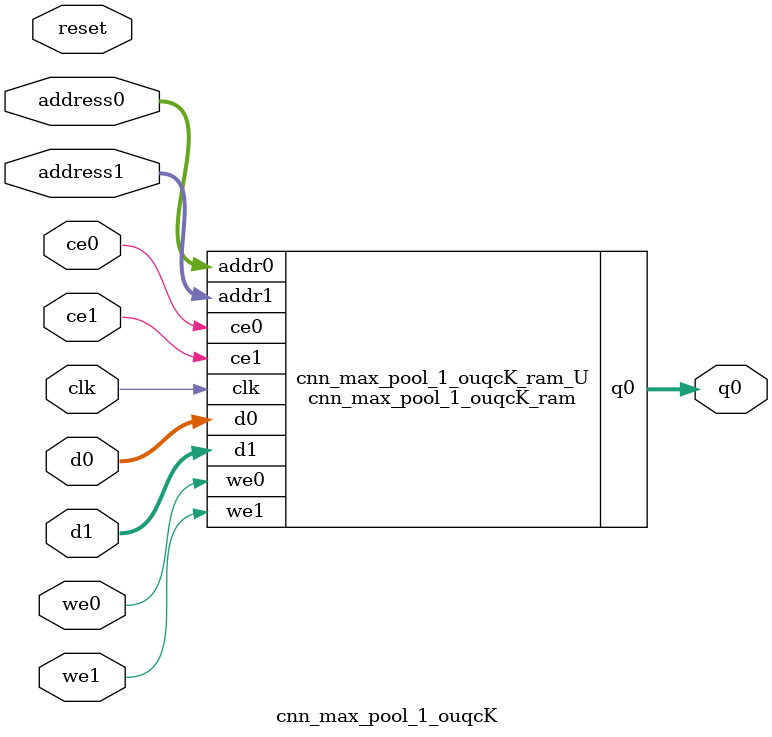
<source format=v>
`timescale 1 ns / 1 ps
module cnn_max_pool_1_ouqcK_ram (addr0, ce0, d0, we0, q0, addr1, ce1, d1, we1,  clk);

parameter DWIDTH = 14;
parameter AWIDTH = 10;
parameter MEM_SIZE = 1014;

input[AWIDTH-1:0] addr0;
input ce0;
input[DWIDTH-1:0] d0;
input we0;
output reg[DWIDTH-1:0] q0;
input[AWIDTH-1:0] addr1;
input ce1;
input[DWIDTH-1:0] d1;
input we1;
input clk;

(* ram_style = "block" *)reg [DWIDTH-1:0] ram[0:MEM_SIZE-1];




always @(posedge clk)  
begin 
    if (ce0) 
    begin
        if (we0) 
        begin 
            ram[addr0] <= d0; 
        end 
        q0 <= ram[addr0];
    end
end


always @(posedge clk)  
begin 
    if (ce1) 
    begin
        if (we1) 
        begin 
            ram[addr1] <= d1; 
        end 
    end
end


endmodule

`timescale 1 ns / 1 ps
module cnn_max_pool_1_ouqcK(
    reset,
    clk,
    address0,
    ce0,
    we0,
    d0,
    q0,
    address1,
    ce1,
    we1,
    d1);

parameter DataWidth = 32'd14;
parameter AddressRange = 32'd1014;
parameter AddressWidth = 32'd10;
input reset;
input clk;
input[AddressWidth - 1:0] address0;
input ce0;
input we0;
input[DataWidth - 1:0] d0;
output[DataWidth - 1:0] q0;
input[AddressWidth - 1:0] address1;
input ce1;
input we1;
input[DataWidth - 1:0] d1;



cnn_max_pool_1_ouqcK_ram cnn_max_pool_1_ouqcK_ram_U(
    .clk( clk ),
    .addr0( address0 ),
    .ce0( ce0 ),
    .we0( we0 ),
    .d0( d0 ),
    .q0( q0 ),
    .addr1( address1 ),
    .ce1( ce1 ),
    .we1( we1 ),
    .d1( d1 ));

endmodule


</source>
